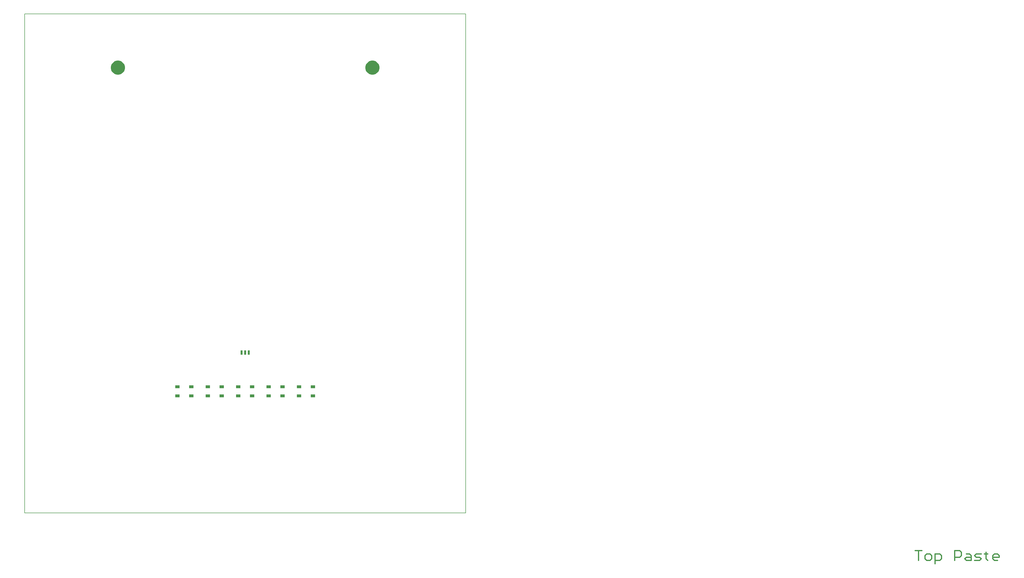
<source format=gtp>
G04*
G04 #@! TF.GenerationSoftware,Altium Limited,Altium Designer,22.0.2 (36)*
G04*
G04 Layer_Color=8421504*
%FSLAX25Y25*%
%MOIN*%
G70*
G04*
G04 #@! TF.SameCoordinates,7E6D9448-14DE-4CDB-A28A-C983335751F7*
G04*
G04*
G04 #@! TF.FilePolarity,Positive*
G04*
G01*
G75*
%ADD10C,0.01575*%
%ADD11C,0.00591*%
%ADD12R,0.03150X0.05906*%
%ADD13R,0.05906X0.03937*%
G36*
X-177165Y494095D02*
X-176196D01*
X-174294Y494473D01*
X-172503Y495215D01*
X-170891Y496292D01*
X-169520Y497663D01*
X-168443Y499275D01*
X-167701Y501066D01*
X-167323Y502968D01*
Y503937D01*
Y504906D01*
X-167701Y506808D01*
X-168443Y508599D01*
X-169520Y510211D01*
X-170891Y511582D01*
X-172503Y512659D01*
X-174294Y513401D01*
X-176196Y513779D01*
X-177165D01*
X-178135D01*
X-180036Y513401D01*
X-181827Y512659D01*
X-183440Y511582D01*
X-184810Y510211D01*
X-185888Y508599D01*
X-186630Y506808D01*
X-187008Y504906D01*
Y503937D01*
Y502968D01*
X-186630Y501066D01*
X-185888Y499275D01*
X-184810Y497663D01*
X-183440Y496292D01*
X-181827Y495215D01*
X-180036Y494473D01*
X-178135Y494095D01*
X-177165D01*
D01*
D02*
G37*
G36*
X177165D02*
X176196D01*
X174294Y494473D01*
X172503Y495215D01*
X170891Y496292D01*
X169520Y497663D01*
X168443Y499275D01*
X167701Y501066D01*
X167323Y502968D01*
Y503937D01*
Y504906D01*
X167701Y506808D01*
X168443Y508599D01*
X169520Y510211D01*
X170891Y511582D01*
X172503Y512659D01*
X174294Y513401D01*
X176196Y513779D01*
X177165D01*
X178135D01*
X180036Y513401D01*
X181827Y512659D01*
X183440Y511582D01*
X184810Y510211D01*
X185888Y508599D01*
X186630Y506808D01*
X187008Y504906D01*
Y503937D01*
Y502968D01*
X186630Y501066D01*
X185888Y499275D01*
X184810Y497663D01*
X183440Y496292D01*
X181827Y495215D01*
X180036Y494473D01*
X178135Y494095D01*
X177165D01*
D01*
D02*
G37*
D10*
X932685Y-168552D02*
X941868D01*
X937276D01*
Y-182327D01*
X948756D02*
X953347D01*
X955643Y-180031D01*
Y-175439D01*
X953347Y-173144D01*
X948756D01*
X946460Y-175439D01*
Y-180031D01*
X948756Y-182327D01*
X960235Y-186919D02*
Y-173144D01*
X967122D01*
X969418Y-175439D01*
Y-180031D01*
X967122Y-182327D01*
X960235D01*
X987785D02*
Y-168552D01*
X994673D01*
X996968Y-170848D01*
Y-175439D01*
X994673Y-177735D01*
X987785D01*
X1003856Y-173144D02*
X1008448D01*
X1010744Y-175439D01*
Y-182327D01*
X1003856D01*
X1001560Y-180031D01*
X1003856Y-177735D01*
X1010744D01*
X1015335Y-182327D02*
X1022223D01*
X1024519Y-180031D01*
X1022223Y-177735D01*
X1017631D01*
X1015335Y-175439D01*
X1017631Y-173144D01*
X1024519D01*
X1031406Y-170848D02*
Y-173144D01*
X1029110D01*
X1033702D01*
X1031406D01*
Y-180031D01*
X1033702Y-182327D01*
X1047477D02*
X1042885D01*
X1040590Y-180031D01*
Y-175439D01*
X1042885Y-173144D01*
X1047477D01*
X1049773Y-175439D01*
Y-177735D01*
X1040590D01*
D11*
X307086Y578740D02*
X307087Y-116142D01*
X-307087D02*
X-307087Y578740D01*
X-307087Y-116142D02*
X307087D01*
X-307087Y578740D02*
X307086D01*
D12*
X5000Y107283D02*
D03*
X0D02*
D03*
X-5000D02*
D03*
D13*
X-75000Y46850D02*
D03*
Y59449D02*
D03*
X-94291D02*
D03*
Y46850D02*
D03*
X-9646D02*
D03*
Y59449D02*
D03*
X9646D02*
D03*
Y46850D02*
D03*
X-32677D02*
D03*
Y59449D02*
D03*
X-51968D02*
D03*
Y46850D02*
D03*
X75000D02*
D03*
Y59449D02*
D03*
X94291D02*
D03*
Y46850D02*
D03*
X32677D02*
D03*
Y59449D02*
D03*
X51968D02*
D03*
Y46850D02*
D03*
M02*

</source>
